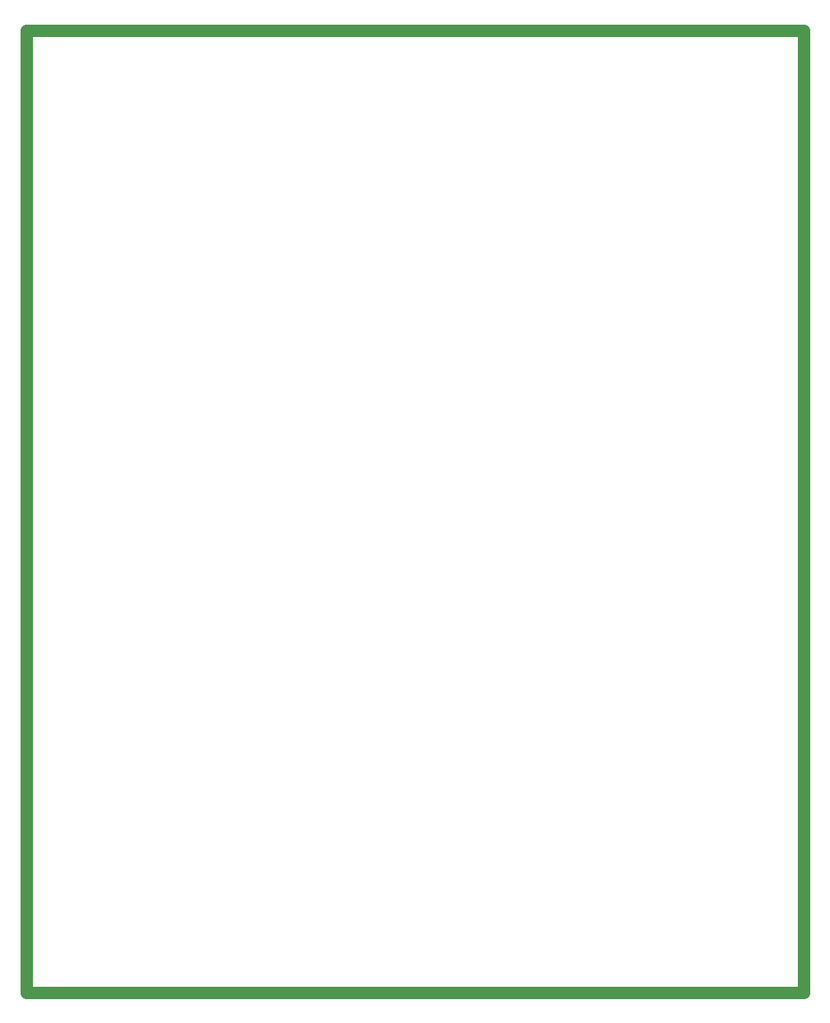
<source format=gko>
G04*
G04 #@! TF.GenerationSoftware,Altium Limited,Altium Designer,21.5.1 (32)*
G04*
G04 Layer_Color=16711935*
%FSLAX25Y25*%
%MOIN*%
G70*
G04*
G04 #@! TF.SameCoordinates,23847DC4-7520-4B4A-9137-17159688AF9F*
G04*
G04*
G04 #@! TF.FilePolarity,Positive*
G04*
G01*
G75*
%ADD56C,0.05000*%
D56*
Y389764D02*
X314961D01*
X0D02*
X0Y0D01*
X314961D02*
Y389764D01*
X0Y0D02*
X314961D01*
M02*

</source>
